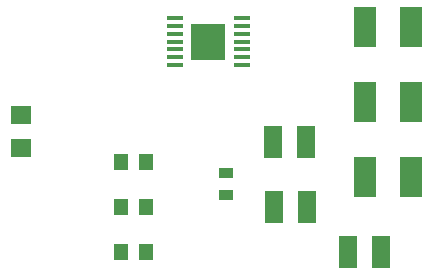
<source format=gbr>
G04 EAGLE Gerber RS-274X export*
G75*
%MOMM*%
%FSLAX34Y34*%
%LPD*%
%INSolderpaste Top*%
%IPPOS*%
%AMOC8*
5,1,8,0,0,1.08239X$1,22.5*%
G01*
%ADD10R,1.600000X2.700000*%
%ADD11R,1.800000X1.600000*%
%ADD12R,1.300000X0.900000*%
%ADD13R,1.900000X3.400000*%
%ADD14R,1.200000X1.400000*%
%ADD15R,1.422400X0.355600*%
%ADD16R,2.997200X3.098800*%


D10*
X251430Y152400D03*
X279430Y152400D03*
X252700Y97790D03*
X280700Y97790D03*
D11*
X38100Y147290D03*
X38100Y175290D03*
D12*
X212090Y107340D03*
X212090Y126340D03*
D10*
X342930Y59690D03*
X314930Y59690D03*
D13*
X368750Y123190D03*
X329750Y123190D03*
X368750Y186690D03*
X329750Y186690D03*
X368750Y250190D03*
X329750Y250190D03*
D14*
X123096Y59690D03*
X143604Y59690D03*
X143604Y97790D03*
X123096Y97790D03*
X123096Y135890D03*
X143604Y135890D03*
D15*
X168402Y257048D03*
X168402Y250444D03*
X168402Y244094D03*
X168402Y237490D03*
X168402Y230886D03*
X168402Y224536D03*
X168402Y217932D03*
X225298Y217932D03*
X225298Y224536D03*
X225298Y230886D03*
X225298Y237490D03*
X225298Y244094D03*
X225298Y250444D03*
X225298Y257048D03*
D16*
X196850Y237490D03*
M02*

</source>
